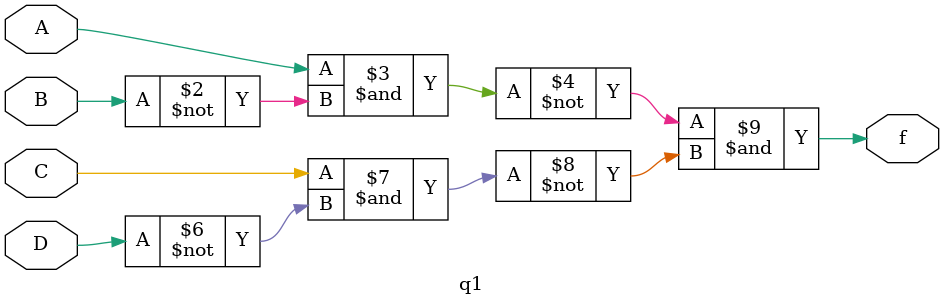
<source format=v>
module q1(A,B,C,D,f);
input A,B,C,D;
output f;
assign g=(A~&(B~&B))~&(C~&(D~&D));
assign f=(g~&g);
endmodule

</source>
